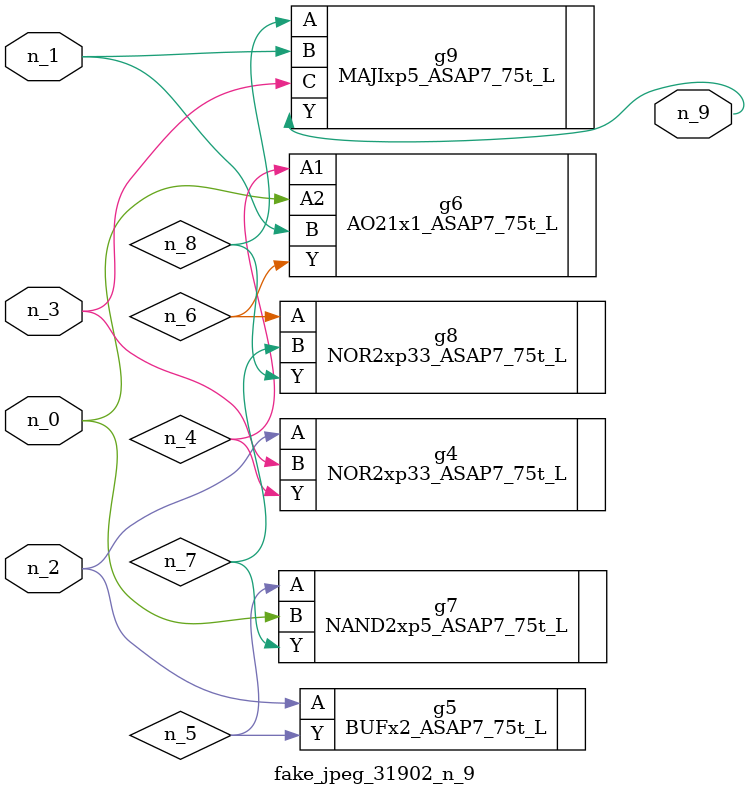
<source format=v>
module fake_jpeg_31902_n_9 (n_0, n_3, n_2, n_1, n_9);

input n_0;
input n_3;
input n_2;
input n_1;

output n_9;

wire n_4;
wire n_8;
wire n_6;
wire n_5;
wire n_7;

NOR2xp33_ASAP7_75t_L g4 ( 
.A(n_2),
.B(n_3),
.Y(n_4)
);

BUFx2_ASAP7_75t_L g5 ( 
.A(n_2),
.Y(n_5)
);

AO21x1_ASAP7_75t_L g6 ( 
.A1(n_4),
.A2(n_0),
.B(n_1),
.Y(n_6)
);

NOR2xp33_ASAP7_75t_L g8 ( 
.A(n_6),
.B(n_7),
.Y(n_8)
);

NAND2xp5_ASAP7_75t_L g7 ( 
.A(n_5),
.B(n_0),
.Y(n_7)
);

MAJIxp5_ASAP7_75t_L g9 ( 
.A(n_8),
.B(n_1),
.C(n_3),
.Y(n_9)
);


endmodule
</source>
